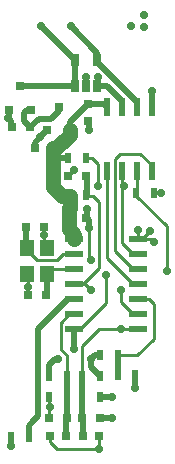
<source format=gbr>
G04 #@! TF.GenerationSoftware,KiCad,Pcbnew,6.0.0-rc1-unknown-4a57541~66~ubuntu16.04.1*
G04 #@! TF.CreationDate,2018-09-11T15:26:06+03:00*
G04 #@! TF.ProjectId,rs485-moist-sensor,72733438352D6D6F6973742D73656E73,rev?*
G04 #@! TF.SameCoordinates,Original*
G04 #@! TF.FileFunction,Copper,L1,Top,Signal*
G04 #@! TF.FilePolarity,Positive*
%FSLAX46Y46*%
G04 Gerber Fmt 4.6, Leading zero omitted, Abs format (unit mm)*
G04 Created by KiCad (PCBNEW 6.0.0-rc1-unknown-4a57541~66~ubuntu16.04.1) date Tue Sep 11 15:26:06 2018*
%MOMM*%
%LPD*%
G01*
G04 APERTURE LIST*
G04 #@! TA.AperFunction,SMDPad,CuDef*
%ADD10R,1.200000X1.400000*%
G04 #@! TD*
G04 #@! TA.AperFunction,SMDPad,CuDef*
%ADD11R,0.800000X0.700000*%
G04 #@! TD*
G04 #@! TA.AperFunction,SMDPad,CuDef*
%ADD12R,1.500000X0.600000*%
G04 #@! TD*
G04 #@! TA.AperFunction,SMDPad,CuDef*
%ADD13R,0.600000X1.550000*%
G04 #@! TD*
G04 #@! TA.AperFunction,SMDPad,CuDef*
%ADD14R,0.800100X0.800100*%
G04 #@! TD*
G04 #@! TA.AperFunction,SMDPad,CuDef*
%ADD15R,0.800000X0.750000*%
G04 #@! TD*
G04 #@! TA.AperFunction,SMDPad,CuDef*
%ADD16R,0.500000X0.900000*%
G04 #@! TD*
G04 #@! TA.AperFunction,SMDPad,CuDef*
%ADD17R,0.750000X0.800000*%
G04 #@! TD*
G04 #@! TA.AperFunction,SMDPad,CuDef*
%ADD18R,0.650000X1.060000*%
G04 #@! TD*
G04 #@! TA.AperFunction,ViaPad*
%ADD19C,0.700000*%
G04 #@! TD*
G04 #@! TA.AperFunction,Conductor*
%ADD20C,0.508000*%
G04 #@! TD*
G04 #@! TA.AperFunction,Conductor*
%ADD21C,0.254000*%
G04 #@! TD*
G04 #@! TA.AperFunction,Conductor*
%ADD22C,1.270000*%
G04 #@! TD*
G04 #@! TA.AperFunction,Conductor*
%ADD23C,0.500000*%
G04 #@! TD*
G04 APERTURE END LIST*
D10*
G04 #@! TO.P,X1,1*
G04 #@! TO.N,Net-(C1-Pad1)*
X91800000Y-42900000D03*
G04 #@! TO.P,X1,2*
G04 #@! TO.N,GND*
X91800000Y-40700000D03*
G04 #@! TO.P,X1,3*
G04 #@! TO.N,Net-(C2-Pad1)*
X90100000Y-40700000D03*
G04 #@! TO.P,X1,4*
G04 #@! TO.N,GND*
X90100000Y-42900000D03*
G04 #@! TD*
D11*
G04 #@! TO.P,D1,1*
G04 #@! TO.N,/SENSE_LOW*
X93410000Y-56642000D03*
G04 #@! TO.P,D1,2*
G04 #@! TO.N,/SENSOR_TRACK*
X92010000Y-56642000D03*
G04 #@! TD*
G04 #@! TO.P,D2,1*
G04 #@! TO.N,/SENSOR_TRACK*
X96204000Y-56642000D03*
G04 #@! TO.P,D2,2*
G04 #@! TO.N,/SENSE_HIGH/MISO*
X94804000Y-56642000D03*
G04 #@! TD*
D12*
G04 #@! TO.P,IC1,1*
G04 #@! TO.N,+3V3*
X94100000Y-39990000D03*
G04 #@! TO.P,IC1,2*
G04 #@! TO.N,Net-(C2-Pad1)*
X94100000Y-41260000D03*
G04 #@! TO.P,IC1,3*
G04 #@! TO.N,Net-(C1-Pad1)*
X94100000Y-42530000D03*
G04 #@! TO.P,IC1,4*
G04 #@! TO.N,/RESET*
X94100000Y-43800000D03*
G04 #@! TO.P,IC1,5*
G04 #@! TO.N,/EXCITATION*
X94100000Y-45070000D03*
G04 #@! TO.P,IC1,6*
G04 #@! TO.N,/SENSE_LOW*
X94100000Y-46340000D03*
G04 #@! TO.P,IC1,7*
G04 #@! TO.N,/MOSI*
X94100000Y-47610000D03*
G04 #@! TO.P,IC1,8*
G04 #@! TO.N,/SENSE_HIGH/MISO*
X99500000Y-47610000D03*
G04 #@! TO.P,IC1,9*
G04 #@! TO.N,/SCK*
X99500000Y-46340000D03*
G04 #@! TO.P,IC1,10*
G04 #@! TO.N,/THERMISTOR*
X99500000Y-45070000D03*
G04 #@! TO.P,IC1,11*
G04 #@! TO.N,/RX*
X99500000Y-43800000D03*
G04 #@! TO.P,IC1,12*
G04 #@! TO.N,/TX*
X99500000Y-42530000D03*
G04 #@! TO.P,IC1,13*
G04 #@! TO.N,/RS485_READER_ENABLE*
X99500000Y-41260000D03*
G04 #@! TO.P,IC1,14*
G04 #@! TO.N,GND*
X99500000Y-39990000D03*
G04 #@! TD*
D13*
G04 #@! TO.P,U1,8*
G04 #@! TO.N,+3V3*
X96845000Y-28800000D03*
G04 #@! TO.P,U1,7*
G04 #@! TO.N,/RS485B*
X98115000Y-28800000D03*
G04 #@! TO.P,U1,6*
G04 #@! TO.N,/RS485A*
X99385000Y-28800000D03*
G04 #@! TO.P,U1,5*
G04 #@! TO.N,GND*
X100655000Y-28800000D03*
G04 #@! TO.P,U1,4*
G04 #@! TO.N,/TX*
X100655000Y-34200000D03*
G04 #@! TO.P,U1,3*
G04 #@! TO.N,/SCK*
X99385000Y-34200000D03*
G04 #@! TO.P,U1,2*
G04 #@! TO.N,/RS485_READER_ENABLE*
X98115000Y-34200000D03*
G04 #@! TO.P,U1,1*
G04 #@! TO.N,/RX*
X96845000Y-34200000D03*
G04 #@! TD*
D14*
G04 #@! TO.P,U2,3*
G04 #@! TO.N,Net-(C8-Pad1)*
X92750000Y-28751780D03*
G04 #@! TO.P,U2,2*
G04 #@! TO.N,+3V3*
X93700000Y-30750760D03*
G04 #@! TO.P,U2,1*
G04 #@! TO.N,GND*
X91800000Y-30750760D03*
G04 #@! TD*
G04 #@! TO.P,Q1,3*
G04 #@! TO.N,VCC*
X89500000Y-27001780D03*
G04 #@! TO.P,Q1,2*
G04 #@! TO.N,Net-(C8-Pad1)*
X90450000Y-29000760D03*
G04 #@! TO.P,Q1,1*
G04 #@! TO.N,GND*
X88550000Y-29000760D03*
G04 #@! TD*
D15*
G04 #@! TO.P,C1,1*
G04 #@! TO.N,Net-(C1-Pad1)*
X91700000Y-44700000D03*
G04 #@! TO.P,C1,2*
G04 #@! TO.N,GND*
X90200000Y-44700000D03*
G04 #@! TD*
G04 #@! TO.P,C2,1*
G04 #@! TO.N,Net-(C2-Pad1)*
X90000000Y-38900000D03*
G04 #@! TO.P,C2,2*
G04 #@! TO.N,GND*
X91500000Y-38900000D03*
G04 #@! TD*
G04 #@! TO.P,C3,1*
G04 #@! TO.N,+3V3*
X93550000Y-38200000D03*
G04 #@! TO.P,C3,2*
G04 #@! TO.N,GND*
X95050000Y-38200000D03*
G04 #@! TD*
G04 #@! TO.P,C4,1*
G04 #@! TO.N,/SENSE_LOW*
X93460000Y-55118000D03*
G04 #@! TO.P,C4,2*
G04 #@! TO.N,GND*
X91960000Y-55118000D03*
G04 #@! TD*
G04 #@! TO.P,C5,1*
G04 #@! TO.N,/SENSE_HIGH/MISO*
X94754000Y-55118000D03*
G04 #@! TO.P,C5,2*
G04 #@! TO.N,GND*
X96254000Y-55118000D03*
G04 #@! TD*
G04 #@! TO.P,C6,1*
G04 #@! TO.N,/RESET*
X95050000Y-34600000D03*
G04 #@! TO.P,C6,2*
G04 #@! TO.N,GND*
X93550000Y-34600000D03*
G04 #@! TD*
D16*
G04 #@! TO.P,R1,1*
G04 #@! TO.N,/RESET*
X95050000Y-36200000D03*
G04 #@! TO.P,R1,2*
G04 #@! TO.N,+3V3*
X93550000Y-36200000D03*
G04 #@! TD*
G04 #@! TO.P,R2,1*
G04 #@! TO.N,/MOSI*
X96278000Y-49784000D03*
G04 #@! TO.P,R2,2*
G04 #@! TO.N,/THERMISTOR*
X97778000Y-49784000D03*
G04 #@! TD*
G04 #@! TO.P,R4,1*
G04 #@! TO.N,/SENSOR_TRACK*
X88750000Y-56750000D03*
G04 #@! TO.P,R4,2*
G04 #@! TO.N,/EXCITATION*
X90250000Y-56750000D03*
G04 #@! TD*
G04 #@! TO.P,R5,1*
G04 #@! TO.N,/SENSE_LOW*
X93460000Y-51562000D03*
G04 #@! TO.P,R5,2*
G04 #@! TO.N,/MOSI*
X91960000Y-51562000D03*
G04 #@! TD*
G04 #@! TO.P,R6,1*
G04 #@! TO.N,/SENSE_HIGH/MISO*
X94754000Y-51562000D03*
G04 #@! TO.P,R6,2*
G04 #@! TO.N,/MOSI*
X96254000Y-51562000D03*
G04 #@! TD*
G04 #@! TO.P,R7,1*
G04 #@! TO.N,GND*
X91960000Y-53340000D03*
G04 #@! TO.P,R7,2*
G04 #@! TO.N,/SENSE_LOW*
X93460000Y-53340000D03*
G04 #@! TD*
G04 #@! TO.P,R8,1*
G04 #@! TO.N,GND*
X96254000Y-53340000D03*
G04 #@! TO.P,R8,2*
G04 #@! TO.N,/SENSE_HIGH/MISO*
X94754000Y-53340000D03*
G04 #@! TD*
G04 #@! TO.P,TH1,1*
G04 #@! TO.N,/THERMISTOR*
X97750000Y-51500000D03*
G04 #@! TO.P,TH1,2*
G04 #@! TO.N,GND*
X99250000Y-51500000D03*
G04 #@! TD*
D15*
G04 #@! TO.P,C7,2*
G04 #@! TO.N,GND*
X90750000Y-32250000D03*
G04 #@! TO.P,C7,1*
G04 #@! TO.N,+3V3*
X92250000Y-32250000D03*
G04 #@! TD*
G04 #@! TO.P,C8,2*
G04 #@! TO.N,GND*
X88850000Y-30500000D03*
G04 #@! TO.P,C8,1*
G04 #@! TO.N,Net-(C8-Pad1)*
X90350000Y-30500000D03*
G04 #@! TD*
D17*
G04 #@! TO.P,C9,1*
G04 #@! TO.N,+3V3*
X95250000Y-28500000D03*
G04 #@! TO.P,C9,2*
G04 #@! TO.N,GND*
X95250000Y-30000000D03*
G04 #@! TD*
D18*
G04 #@! TO.P,D4,1*
G04 #@! TO.N,VCC*
X94150000Y-27000000D03*
G04 #@! TO.P,D4,2*
G04 #@! TO.N,GND*
X95100000Y-27000000D03*
G04 #@! TO.P,D4,3*
G04 #@! TO.N,/RS485B*
X96050000Y-27000000D03*
G04 #@! TO.P,D4,4*
G04 #@! TO.N,/RS485A*
X96050000Y-24800000D03*
G04 #@! TO.P,D4,5*
G04 #@! TO.N,VCC*
X94150000Y-24800000D03*
G04 #@! TD*
D16*
G04 #@! TO.P,R3,2*
G04 #@! TO.N,/RS485_READER_ENABLE*
X95050000Y-33100000D03*
G04 #@! TO.P,R3,1*
G04 #@! TO.N,+3V3*
X93550000Y-33100000D03*
G04 #@! TD*
G04 #@! TO.P,R9,1*
G04 #@! TO.N,/SCK*
X99350000Y-36100000D03*
G04 #@! TO.P,R9,2*
G04 #@! TO.N,GND*
X100850000Y-36100000D03*
G04 #@! TD*
D19*
G04 #@! TO.N,GND*
X95300000Y-30700000D03*
X94100000Y-34100000D03*
X101400000Y-36100000D03*
X100650000Y-27450000D03*
X95100000Y-26200000D03*
X91200000Y-31350760D03*
X88500000Y-29750000D03*
X99500000Y-39200000D03*
X100000000Y-21000000D03*
X100000000Y-22000000D03*
X98870000Y-21920000D03*
X92000000Y-54200000D03*
X100800000Y-40200000D03*
X100500000Y-39300000D03*
X97300000Y-55150000D03*
X97282000Y-53340000D03*
X91500000Y-39650000D03*
X90200000Y-44000000D03*
X99250000Y-52550000D03*
X95460000Y-41730000D03*
X95200000Y-37400000D03*
X95300000Y-39000000D03*
G04 #@! TO.N,VCC*
X91250000Y-21920000D03*
G04 #@! TO.N,/SENSOR_TRACK*
X88750000Y-57500000D03*
X96184999Y-57719001D03*
G04 #@! TO.N,/RESET*
X95460000Y-44270000D03*
G04 #@! TO.N,+3V3*
X93600000Y-39100002D03*
G04 #@! TO.N,/SENSE_HIGH/MISO*
X98000000Y-47610000D03*
G04 #@! TO.N,/MOSI*
X95500000Y-50100000D03*
X92700000Y-50100000D03*
X94100000Y-49300000D03*
X96750000Y-43000000D03*
G04 #@! TO.N,/RS485B*
X96100000Y-26200000D03*
G04 #@! TO.N,/RS485A*
X93790000Y-21920000D03*
G04 #@! TO.N,/SCK*
X101900000Y-42700000D03*
X98000000Y-44270000D03*
G04 #@! TO.N,/RS485_READER_ENABLE*
X96100000Y-35500000D03*
X98300000Y-35500000D03*
G04 #@! TD*
D20*
G04 #@! TO.N,Net-(C1-Pad1)*
X91800000Y-44600000D02*
X91700000Y-44700000D01*
X91800000Y-42900000D02*
X91800000Y-44600000D01*
D21*
X92170000Y-42530000D02*
X91800000Y-42900000D01*
X94100000Y-42530000D02*
X92170000Y-42530000D01*
D20*
G04 #@! TO.N,GND*
X95300000Y-30205026D02*
X95300000Y-30700000D01*
X95300000Y-30050000D02*
X95300000Y-30205026D01*
X95250000Y-30000000D02*
X95300000Y-30050000D01*
D21*
X93550000Y-34600000D02*
X93600000Y-34600000D01*
X93600000Y-34600000D02*
X94100000Y-34100000D01*
X100850000Y-36100000D02*
X101400000Y-36100000D01*
X99874000Y-21920000D02*
X100000000Y-22046000D01*
D20*
X95100000Y-27000000D02*
X95100000Y-26200000D01*
X91800000Y-30750760D02*
X91200000Y-31350760D01*
X90750000Y-32250000D02*
X90750000Y-31800760D01*
X90750000Y-31800760D02*
X91200000Y-31350760D01*
X88550000Y-29000760D02*
X88550000Y-29700000D01*
X88550000Y-29700000D02*
X88500000Y-29750000D01*
X88750000Y-30500000D02*
X88750000Y-30000000D01*
X88750000Y-30000000D02*
X88500000Y-29750000D01*
D21*
X99500000Y-39990000D02*
X99500000Y-39200000D01*
X98870000Y-22040000D02*
X98870000Y-21920000D01*
D20*
X95300000Y-38505026D02*
X95300000Y-39000000D01*
D21*
X91960000Y-55118000D02*
X91960000Y-54240000D01*
X91960000Y-54240000D02*
X92000000Y-54200000D01*
D20*
X95300000Y-38350000D02*
X95300000Y-38505026D01*
X95150000Y-38200000D02*
X95300000Y-38350000D01*
D21*
X99500000Y-39990000D02*
X100590000Y-39990000D01*
X100590000Y-39990000D02*
X100800000Y-40200000D01*
X99500000Y-39990000D02*
X99810000Y-39990000D01*
X99810000Y-39990000D02*
X100500000Y-39300000D01*
D20*
X96254000Y-55118000D02*
X97268000Y-55118000D01*
X97268000Y-55118000D02*
X97300000Y-55150000D01*
X96266000Y-53340000D02*
X97282000Y-53340000D01*
D21*
X100655000Y-28800000D02*
X100655000Y-28325000D01*
X90200000Y-44000000D02*
X90200000Y-44700000D01*
X90200000Y-43000000D02*
X90100000Y-42900000D01*
X90200000Y-44000000D02*
X90200000Y-43000000D01*
X91500000Y-39650000D02*
X91500000Y-38900000D01*
X91500000Y-40400000D02*
X91800000Y-40700000D01*
X91500000Y-39650000D02*
X91500000Y-40400000D01*
X91960000Y-54160000D02*
X92000000Y-54200000D01*
X91960000Y-53340000D02*
X91960000Y-54160000D01*
D20*
X99250000Y-51500000D02*
X99250000Y-52550000D01*
D21*
X95300000Y-41570000D02*
X95460000Y-41730000D01*
X95300000Y-39000000D02*
X95300000Y-41570000D01*
D20*
X95150000Y-37450000D02*
X95200000Y-37400000D01*
X95150000Y-38200000D02*
X95150000Y-37450000D01*
X100655000Y-27455000D02*
X100650000Y-27450000D01*
X100655000Y-28800000D02*
X100655000Y-27455000D01*
G04 #@! TO.N,Net-(C2-Pad1)*
X90000000Y-40600000D02*
X90100000Y-40700000D01*
X90000000Y-38900000D02*
X90000000Y-40600000D01*
D21*
X93096000Y-41260000D02*
X94100000Y-41260000D01*
X92651199Y-41704801D02*
X93096000Y-41260000D01*
X90956159Y-41704801D02*
X92651199Y-41704801D01*
X90100000Y-40848642D02*
X90956159Y-41704801D01*
X90100000Y-40700000D02*
X90100000Y-40848642D01*
D20*
G04 #@! TO.N,VCC*
X94150000Y-27000000D02*
X89501780Y-27000000D01*
X89501780Y-27000000D02*
X89500000Y-27001780D01*
X94150000Y-24800000D02*
X94150000Y-27000000D01*
X91250000Y-21920000D02*
X91270000Y-21920000D01*
X91270000Y-21920000D02*
X94150000Y-24800000D01*
X89500000Y-27001780D02*
X89501780Y-27001780D01*
G04 #@! TO.N,/SENSE_LOW*
X93410000Y-55180000D02*
X93472000Y-55118000D01*
X93410000Y-56642000D02*
X93410000Y-55180000D01*
X93472000Y-55118000D02*
X93472000Y-53340000D01*
X93472000Y-53340000D02*
X93472000Y-51562000D01*
D21*
X93472000Y-51562000D02*
X93472000Y-51308000D01*
X93650000Y-46340000D02*
X94100000Y-46340000D01*
X92945199Y-47044801D02*
X93650000Y-46340000D01*
X92945199Y-49304093D02*
X92945199Y-47044801D01*
X93460000Y-49818894D02*
X92945199Y-49304093D01*
X93460000Y-51562000D02*
X93460000Y-49818894D01*
G04 #@! TO.N,/SENSOR_TRACK*
X92010000Y-56642000D02*
X92010000Y-57110000D01*
X92010000Y-57110000D02*
X92619001Y-57719001D01*
X92619001Y-57719001D02*
X96184999Y-57719001D01*
X96184999Y-57719001D02*
X96204000Y-57700000D01*
X96204000Y-56642000D02*
X96204000Y-57700000D01*
X96184999Y-57719001D02*
X96184999Y-57719001D01*
D20*
X88750000Y-56750000D02*
X88750000Y-57500000D01*
G04 #@! TO.N,/THERMISTOR*
X97778000Y-49784000D02*
X97778000Y-51472000D01*
X97778000Y-51472000D02*
X97750000Y-51500000D01*
D21*
X97778000Y-49784000D02*
X99416000Y-49784000D01*
X100800000Y-45500000D02*
X100370000Y-45070000D01*
X99416000Y-49784000D02*
X100800000Y-48400000D01*
X100800000Y-48400000D02*
X100800000Y-45500000D01*
X100370000Y-45070000D02*
X99500000Y-45070000D01*
D20*
G04 #@! TO.N,/RESET*
X95200000Y-36300000D02*
X95200000Y-34750000D01*
X95200000Y-34750000D02*
X95050000Y-34600000D01*
D21*
X96200000Y-37000000D02*
X96200000Y-42400000D01*
X95200000Y-36300000D02*
X95704000Y-36300000D01*
X95704000Y-36300000D02*
X96200000Y-36796000D01*
X96200000Y-36796000D02*
X96200000Y-37000000D01*
X96200000Y-42400000D02*
X94800000Y-43800000D01*
X94800000Y-43800000D02*
X94100000Y-43800000D01*
X94100000Y-43800000D02*
X94990000Y-43800000D01*
X94990000Y-43800000D02*
X95460000Y-44270000D01*
D20*
G04 #@! TO.N,/EXCITATION*
X90250000Y-55749996D02*
X90250000Y-56750000D01*
X90599999Y-55399997D02*
X90250000Y-55749996D01*
X91050000Y-48750002D02*
X91050000Y-54949996D01*
X91050000Y-54949996D02*
X90599999Y-55399997D01*
X94100000Y-45070000D02*
X93542758Y-45070000D01*
X93542758Y-45070000D02*
X91050000Y-47562758D01*
X91050000Y-47562758D02*
X91050000Y-48255028D01*
X91050000Y-48255028D02*
X91050000Y-48750002D01*
D22*
G04 #@! TO.N,+3V3*
X93600000Y-38605028D02*
X93600000Y-39100002D01*
X93600000Y-38250000D02*
X93600000Y-38605028D01*
X94100000Y-39990000D02*
X94100000Y-39600002D01*
X93949999Y-39450001D02*
X93600000Y-39100002D01*
X94100000Y-39600002D02*
X93949999Y-39450001D01*
X93650000Y-38200000D02*
X93600000Y-38250000D01*
X92250000Y-35538042D02*
X92250000Y-33100000D01*
D20*
X93550000Y-33100000D02*
X92250000Y-33100000D01*
D22*
X92250000Y-33100000D02*
X92250000Y-32250000D01*
D20*
X95250000Y-28500000D02*
X96545000Y-28500000D01*
X96545000Y-28500000D02*
X96845000Y-28800000D01*
X95250000Y-28500000D02*
X93700000Y-30050000D01*
X93700000Y-30050000D02*
X93700000Y-30750760D01*
D22*
X92250000Y-32250000D02*
X92563902Y-32250000D01*
X92563902Y-32250000D02*
X93700000Y-31113902D01*
X93700000Y-31113902D02*
X93700000Y-30750760D01*
D20*
X95249240Y-28500760D02*
X95250000Y-28500000D01*
D22*
X92250000Y-35538042D02*
X93011958Y-36300000D01*
X93011958Y-36300000D02*
X93700000Y-36300000D01*
D20*
X95250000Y-28525000D02*
X95250000Y-28500000D01*
D22*
X93650000Y-38200000D02*
X93650000Y-37350000D01*
X93650000Y-37350000D02*
X93700000Y-37300000D01*
X93700000Y-36300000D02*
X93700000Y-37300000D01*
D21*
G04 #@! TO.N,/SENSE_HIGH/MISO*
X97505026Y-47610000D02*
X98000000Y-47610000D01*
X96190000Y-47610000D02*
X97505026Y-47610000D01*
X94754802Y-49045198D02*
X96190000Y-47610000D01*
X94754000Y-50858000D02*
X94754802Y-50857198D01*
X94754802Y-50857198D02*
X94754802Y-49045198D01*
X94754000Y-51562000D02*
X94754000Y-50858000D01*
X99500000Y-47610000D02*
X98000000Y-47610000D01*
D20*
X94804000Y-55180000D02*
X94742000Y-55118000D01*
X94804000Y-56642000D02*
X94804000Y-55180000D01*
X94742000Y-55118000D02*
X94742000Y-53340000D01*
X94742000Y-53340000D02*
X94742000Y-51562000D01*
D21*
X99110000Y-47610000D02*
X99500000Y-47610000D01*
D20*
G04 #@! TO.N,Net-(C8-Pad1)*
X90350000Y-30500000D02*
X90375000Y-30500000D01*
X90375000Y-30500000D02*
X91075000Y-29800000D01*
X91075000Y-29800000D02*
X92100000Y-29800000D01*
X92100000Y-29800000D02*
X92750000Y-29150000D01*
X92750000Y-29150000D02*
X92750000Y-28751780D01*
X89800000Y-29300000D02*
X90099240Y-29000760D01*
X90099240Y-29000760D02*
X90450000Y-29000760D01*
X89800000Y-30000000D02*
X89800000Y-29300000D01*
X90300000Y-30500000D02*
X89800000Y-30000000D01*
X90350000Y-30500000D02*
X90300000Y-30500000D01*
G04 #@! TO.N,/MOSI*
X96278000Y-49784000D02*
X95816000Y-49784000D01*
X95816000Y-49784000D02*
X95500000Y-50100000D01*
X95500000Y-50796000D02*
X95500000Y-50594974D01*
X96266000Y-51562000D02*
X95500000Y-50796000D01*
X95500000Y-50594974D02*
X95500000Y-50100000D01*
X91960000Y-50604000D02*
X92464000Y-50100000D01*
X91960000Y-51562000D02*
X91960000Y-50604000D01*
X92464000Y-50100000D02*
X92700000Y-50100000D01*
D23*
X94100000Y-47610000D02*
X94100000Y-49300000D01*
D21*
X94550000Y-47610000D02*
X96750000Y-45410000D01*
X96750000Y-45410000D02*
X96750000Y-43000000D01*
X94550000Y-47610000D02*
X94100000Y-47610000D01*
G04 #@! TO.N,/RS485B*
X96050000Y-27000000D02*
X96050000Y-26250000D01*
X96050000Y-26250000D02*
X96100000Y-26200000D01*
D20*
X96050000Y-27000000D02*
X96883000Y-27000000D01*
X96883000Y-27000000D02*
X98115000Y-28232000D01*
X98115000Y-28232000D02*
X98115000Y-28800000D01*
D21*
X98115000Y-28800000D02*
X98115000Y-28325000D01*
D20*
G04 #@! TO.N,/RS485A*
X96050000Y-24800000D02*
X96050000Y-24180000D01*
X96050000Y-24180000D02*
X93790000Y-21920000D01*
X96050000Y-24800000D02*
X96050000Y-25005000D01*
X96050000Y-25005000D02*
X99385000Y-28340000D01*
X99385000Y-28340000D02*
X99385000Y-28800000D01*
D21*
X99385000Y-28800000D02*
X99385000Y-28325000D01*
G04 #@! TO.N,/SCK*
X99385000Y-34200000D02*
X99385000Y-36065000D01*
X99385000Y-36065000D02*
X99350000Y-36100000D01*
X101900000Y-42700000D02*
X101900000Y-39100000D01*
X99350000Y-36100000D02*
X99350000Y-36300000D01*
X99350000Y-36300000D02*
X101900000Y-38850000D01*
X101900000Y-38850000D02*
X101900000Y-39100000D01*
X99500000Y-46340000D02*
X99050000Y-46340000D01*
X99050000Y-46340000D02*
X98000000Y-45290000D01*
X98000000Y-45290000D02*
X98000000Y-44270000D01*
G04 #@! TO.N,/RX*
X99500000Y-43800000D02*
X99050000Y-43800000D01*
X99050000Y-43800000D02*
X96845000Y-41595000D01*
X96845000Y-41595000D02*
X96845000Y-41405000D01*
X96845000Y-41405000D02*
X96845000Y-34200000D01*
X96845000Y-34200000D02*
X96845000Y-34675000D01*
X96845000Y-34675000D02*
X96750000Y-34770000D01*
G04 #@! TO.N,/TX*
X100655000Y-34200000D02*
X100655000Y-33725000D01*
X100655000Y-33725000D02*
X99680000Y-32750000D01*
X99680000Y-32750000D02*
X97941358Y-32750000D01*
X97941358Y-32750000D02*
X97510199Y-33181159D01*
X97510199Y-33181159D02*
X97510199Y-40990199D01*
X97510199Y-40990199D02*
X99050000Y-42530000D01*
X99050000Y-42530000D02*
X99500000Y-42530000D01*
G04 #@! TO.N,/RS485_READER_ENABLE*
X96100000Y-35500000D02*
X96100000Y-33646000D01*
X96100000Y-33646000D02*
X95554000Y-33100000D01*
X95554000Y-33100000D02*
X95050000Y-33100000D01*
X98115000Y-34200000D02*
X98115000Y-35315000D01*
X98115000Y-35315000D02*
X98300000Y-35500000D01*
X98115000Y-40000000D02*
X98115000Y-34200000D01*
X99500000Y-41260000D02*
X99050000Y-41260000D01*
X99050000Y-41260000D02*
X98115000Y-40325000D01*
X98115000Y-40325000D02*
X98115000Y-40000000D01*
G04 #@! TD*
M02*

</source>
